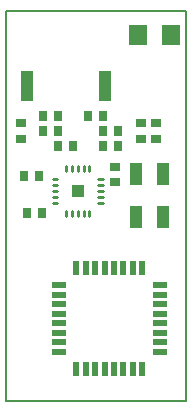
<source format=gtp>
G75*
%MOIN*%
%OFA0B0*%
%FSLAX25Y25*%
%IPPOS*%
%LPD*%
%AMOC8*
5,1,8,0,0,1.08239X$1,22.5*
%
%ADD10C,0.00800*%
%ADD11R,0.04331X0.07480*%
%ADD12R,0.02756X0.03543*%
%ADD13R,0.03543X0.02756*%
%ADD14C,0.01155*%
%ADD15R,0.04200X0.04200*%
%ADD16R,0.04000X0.10000*%
%ADD17R,0.02200X0.05000*%
%ADD18R,0.05000X0.02200*%
%ADD19R,0.06299X0.07087*%
D10*
X0013000Y0001400D02*
X0013000Y0131400D01*
X0073000Y0131400D01*
X0073000Y0001400D01*
X0013000Y0001400D01*
D11*
X0056472Y0062617D03*
X0065528Y0062617D03*
X0065528Y0077183D03*
X0056472Y0077183D03*
D12*
X0050559Y0086400D03*
X0050559Y0091400D03*
X0045441Y0091400D03*
X0045559Y0096400D03*
X0040441Y0096400D03*
X0035559Y0086400D03*
X0030441Y0086400D03*
X0030559Y0091400D03*
X0030559Y0096400D03*
X0025441Y0096400D03*
X0025441Y0091400D03*
X0024059Y0076400D03*
X0018941Y0076400D03*
X0019941Y0063900D03*
X0025059Y0063900D03*
X0045441Y0086400D03*
D13*
X0049500Y0079459D03*
X0049500Y0074341D03*
X0058000Y0088841D03*
X0058000Y0093959D03*
X0063000Y0093959D03*
X0063000Y0088841D03*
X0018000Y0088841D03*
X0018000Y0093959D03*
D14*
X0028644Y0075285D02*
X0030190Y0075285D01*
X0030190Y0075285D01*
X0028644Y0075285D01*
X0028644Y0075285D01*
X0028644Y0073344D02*
X0030190Y0073344D01*
X0028644Y0073344D02*
X0028644Y0073344D01*
X0030190Y0073344D01*
X0030190Y0073344D01*
X0030190Y0071402D02*
X0028644Y0071402D01*
X0030190Y0071402D02*
X0030190Y0071402D01*
X0028644Y0071402D01*
X0028644Y0071402D01*
X0028644Y0069461D02*
X0030190Y0069461D01*
X0030190Y0069461D01*
X0028644Y0069461D01*
X0028644Y0069461D01*
X0028644Y0067519D02*
X0030190Y0067519D01*
X0030190Y0067519D01*
X0028644Y0067519D01*
X0028644Y0067519D01*
X0033114Y0064595D02*
X0033114Y0063049D01*
X0033114Y0063049D01*
X0033114Y0064595D01*
X0033114Y0064595D01*
X0033114Y0064203D02*
X0033114Y0064203D01*
X0035056Y0064595D02*
X0035056Y0063049D01*
X0035056Y0063049D01*
X0035056Y0064595D01*
X0035056Y0064595D01*
X0035056Y0064203D02*
X0035056Y0064203D01*
X0036997Y0064595D02*
X0036997Y0063049D01*
X0036997Y0063049D01*
X0036997Y0064595D01*
X0036997Y0064595D01*
X0036997Y0064203D02*
X0036997Y0064203D01*
X0038939Y0064595D02*
X0038939Y0063049D01*
X0038939Y0063049D01*
X0038939Y0064595D01*
X0038939Y0064595D01*
X0038939Y0064203D02*
X0038939Y0064203D01*
X0040880Y0064595D02*
X0040880Y0063049D01*
X0040880Y0064595D02*
X0040880Y0064595D01*
X0040880Y0063049D01*
X0040880Y0063049D01*
X0040880Y0064203D02*
X0040880Y0064203D01*
X0043805Y0067519D02*
X0045351Y0067519D01*
X0043805Y0067519D02*
X0043805Y0067519D01*
X0045351Y0067519D01*
X0045351Y0067519D01*
X0045351Y0069461D02*
X0043805Y0069461D01*
X0043805Y0069461D01*
X0045351Y0069461D01*
X0045351Y0069461D01*
X0045351Y0071402D02*
X0043805Y0071402D01*
X0043805Y0071402D01*
X0045351Y0071402D01*
X0045351Y0071402D01*
X0045351Y0073344D02*
X0043805Y0073344D01*
X0045351Y0073344D02*
X0045351Y0073344D01*
X0043805Y0073344D01*
X0043805Y0073344D01*
X0043805Y0075285D02*
X0045351Y0075285D01*
X0045351Y0075285D01*
X0043805Y0075285D01*
X0043805Y0075285D01*
X0040880Y0078210D02*
X0040880Y0079756D01*
X0040880Y0079756D01*
X0040880Y0078210D01*
X0040880Y0078210D01*
X0040880Y0079364D02*
X0040880Y0079364D01*
X0038939Y0079756D02*
X0038939Y0078210D01*
X0038939Y0079756D02*
X0038939Y0079756D01*
X0038939Y0078210D01*
X0038939Y0078210D01*
X0038939Y0079364D02*
X0038939Y0079364D01*
X0036997Y0079756D02*
X0036997Y0078210D01*
X0036997Y0078210D01*
X0036997Y0079756D01*
X0036997Y0079756D01*
X0036997Y0079364D02*
X0036997Y0079364D01*
X0035056Y0079756D02*
X0035056Y0078210D01*
X0035056Y0078210D01*
X0035056Y0079756D01*
X0035056Y0079756D01*
X0035056Y0079364D02*
X0035056Y0079364D01*
X0033114Y0079756D02*
X0033114Y0078210D01*
X0033114Y0078210D01*
X0033114Y0079756D01*
X0033114Y0079756D01*
X0033114Y0079364D02*
X0033114Y0079364D01*
D15*
X0036997Y0071402D03*
D16*
X0046000Y0106400D03*
X0020000Y0106400D03*
D17*
X0036476Y0045800D03*
X0039626Y0045800D03*
X0042776Y0045800D03*
X0045925Y0045800D03*
X0049075Y0045800D03*
X0052224Y0045800D03*
X0055374Y0045800D03*
X0058524Y0045800D03*
X0058524Y0012000D03*
X0055374Y0012000D03*
X0052224Y0012000D03*
X0049075Y0012000D03*
X0045925Y0012000D03*
X0042776Y0012000D03*
X0039626Y0012000D03*
X0036476Y0012000D03*
D18*
X0030600Y0017876D03*
X0030600Y0021026D03*
X0030600Y0024176D03*
X0030600Y0027325D03*
X0030600Y0030475D03*
X0030600Y0033624D03*
X0030600Y0036774D03*
X0030600Y0039924D03*
X0064400Y0039924D03*
X0064400Y0036774D03*
X0064400Y0033624D03*
X0064400Y0030475D03*
X0064400Y0027325D03*
X0064400Y0024176D03*
X0064400Y0021026D03*
X0064400Y0017876D03*
D19*
X0068012Y0123400D03*
X0056988Y0123400D03*
M02*

</source>
